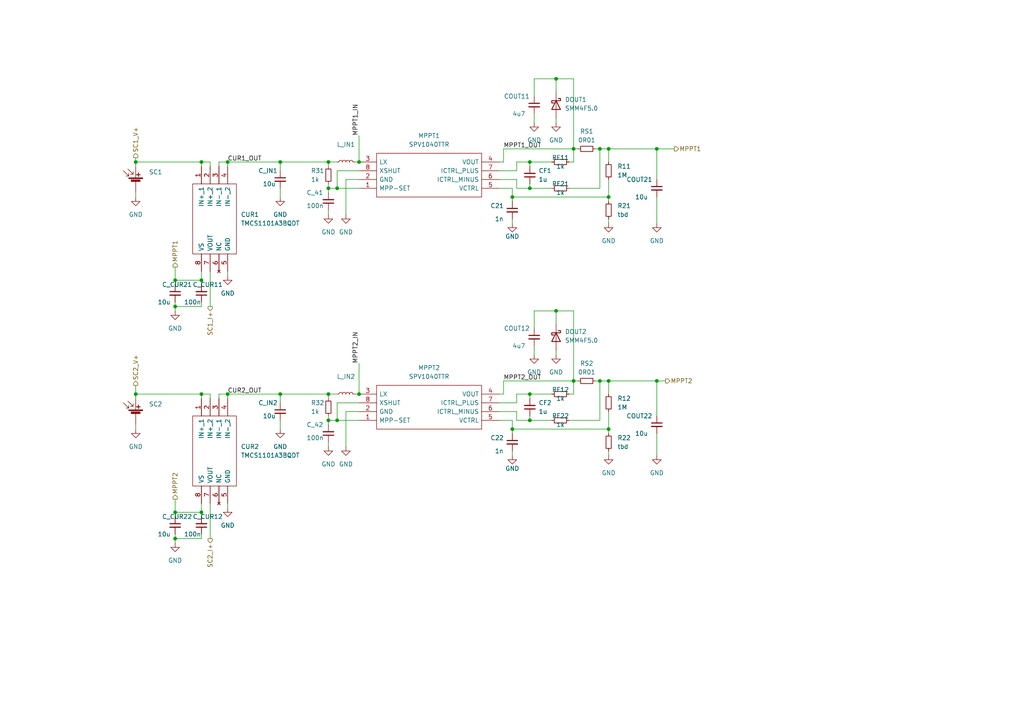
<source format=kicad_sch>
(kicad_sch (version 20211123) (generator eeschema)
  (paper "A4")
  (lib_symbols
    (symbol "Device:C_Small" (pin_numbers hide) (pin_names (offset 0.254) hide)
      (property "Reference" "C" (at 0.254 1.778 0))
      (property "Value" "C_Small" (at 0.254 -2.032 0))
      (symbol "C_Small_0_1"
        (polyline (pts (xy -1.524 -0.508) (xy 1.524 -0.508)) (stroke (width 0.3302)))
        (polyline (pts (xy -1.524 0.508) (xy 1.524 0.508)) (stroke (width 0.3048)))
      )
      (symbol "C_Small_1_1"
        (pin passive line (at 0 2.54 270) (length 2.032) (name "~") (number "1"))
        (pin passive line (at 0 -2.54 90) (length 2.032) (name "~") (number "2"))
      )
    )
    (symbol "Device:D_Schottky" (pin_numbers hide) (pin_names (offset 1.016) hide)
      (property "Reference" "D" (at 0 2.54 0))
      (property "Value" "D_Schottky" (at 0 -2.54 0))
      (symbol "D_Schottky_0_1"
        (polyline (pts (xy 1.27 0) (xy -1.27 0)))
        (polyline (pts (xy 1.27 1.27) (xy 1.27 -1.27) (xy -1.27 0) (xy 1.27 1.27)) (stroke (width 0.254)))
        (polyline (pts (xy -1.905 0.635) (xy -1.905 1.27) (xy -1.27 1.27) (xy -1.27 -1.27) (xy -0.635 -1.27) (xy -0.635 -0.635)) (stroke (width 0.254)))
      )
      (symbol "D_Schottky_1_1"
        (pin passive line (at -3.81 0 0) (length 2.54) (name "K") (number "1"))
        (pin passive line (at 3.81 0 180) (length 2.54) (name "A") (number "2"))
      )
    )
    (symbol "Device:L_Small" (pin_numbers hide) (pin_names (offset 0.254) hide)
      (property "Reference" "L" (at 0.762 1.016 0))
      (property "Value" "L_Small" (at 0.762 -1.016 0))
      (symbol "L_Small_0_1"
        (arc (start 0 -2.032) (mid 0.508 -1.524) (end 0 -1.016))
        (arc (start 0 -1.016) (mid 0.508 -0.508) (end 0 0))
        (arc (start 0 0) (mid 0.508 0.508) (end 0 1.016))
        (arc (start 0 1.016) (mid 0.508 1.524) (end 0 2.032))
      )
      (symbol "L_Small_1_1"
        (pin passive line (at 0 2.54 270) (length 0.508) (name "~") (number "1"))
        (pin passive line (at 0 -2.54 90) (length 0.508) (name "~") (number "2"))
      )
    )
    (symbol "Device:R_Small" (pin_numbers hide) (pin_names (offset 0.254) hide)
      (property "Reference" "R" (at 0.762 0.508 0))
      (property "Value" "R_Small" (at 0.762 -1.016 0))
      (symbol "R_Small_0_1"
        (rectangle (start -0.762 1.778) (end 0.762 -1.778) (stroke (width 0.2032)))
      )
      (symbol "R_Small_1_1"
        (pin passive line (at 0 2.54 270) (length 0.762) (name "~") (number "1"))
        (pin passive line (at 0 -2.54 90) (length 0.762) (name "~") (number "2"))
      )
    )
    (symbol "Device:Solar_Cell" (pin_numbers hide) (pin_names (offset 0) hide)
      (property "Reference" "SC" (at 2.54 2.54 0))
      (property "Value" "Solar_Cell" (at 2.54 0 0))
      (symbol "Solar_Cell_0_1"
        (rectangle (start -2.032 1.778) (end 2.032 1.524) (fill (type outline)))
        (rectangle (start -1.3208 1.1938) (end 1.27 0.6858) (fill (type outline)))
        (polyline (pts (xy -2.032 2.286) (xy -3.556 3.81)))
        (polyline (pts (xy -0.762 2.794) (xy -2.286 4.318)))
        (polyline (pts (xy 0 0.762) (xy 0 0)))
        (polyline (pts (xy 0 1.778) (xy 0 2.54)))
        (polyline (pts (xy 0.254 2.667) (xy 1.27 2.667)) (stroke (width 0.254)))
        (polyline (pts (xy 0.762 3.175) (xy 0.762 2.159)) (stroke (width 0.254)))
        (polyline (pts (xy -2.032 3.048) (xy -2.032 2.286) (xy -2.794 2.286)))
        (polyline (pts (xy -0.762 3.556) (xy -0.762 2.794) (xy -1.524 2.794)))
      )
      (symbol "Solar_Cell_1_1"
        (pin passive line (at 0 5.08 270) (length 2.54) (name "+") (number "1"))
        (pin passive line (at 0 -2.54 90) (length 2.54) (name "-") (number "2"))
      )
    )
    (symbol "SamacSys:SPV1040TTR" (pin_names (offset 0.762))
      (property "Reference" "IC?" (at 20.32 7.62 0))
      (property "Value" "SPV1040TTR" (at 20.32 5.08 0))
      (symbol "SPV1040TTR_0_0"
        (pin input line (at 0 -7.62 0) (length 5.08) (name "MPP-SET") (number "1"))
        (pin power_in line (at 0 -5.08 0) (length 5.08) (name "GND") (number "2"))
        (pin input line (at 0 0 0) (length 5.08) (name "LX") (number "3"))
        (pin output line (at 40.64 0 180) (length 5.08) (name "VOUT") (number "4"))
        (pin input line (at 40.64 -7.62 180) (length 5.08) (name "VCTRL") (number "5"))
        (pin input line (at 40.64 -5.08 180) (length 5.08) (name "ICTRL_MINUS") (number "6"))
        (pin input line (at 40.64 -2.54 180) (length 5.08) (name "ICTRL_PLUS") (number "7"))
        (pin input line (at 0 -2.54 0) (length 5.08) (name "XSHUT") (number "8"))
      )
      (symbol "SPV1040TTR_0_1"
        (polyline (pts (xy 5.08 2.54) (xy 35.56 2.54) (xy 35.56 -10.16) (xy 5.08 -10.16) (xy 5.08 2.54)) (stroke (width 0.1524)))
      )
    )
    (symbol "SamacSys_Parts:TMCS1101A3BQDT" (pin_names (offset 0.762))
      (property "Reference" "IC" (at 26.67 7.62 0))
      (property "Value" "TMCS1101A3BQDT" (at 26.67 5.08 0))
      (symbol "TMCS1101A3BQDT_0_0"
        (pin passive line (at 0 0 0) (length 5.08) (name "IN+_1") (number "1"))
        (pin passive line (at 0 -2.54 0) (length 5.08) (name "IN+_2") (number "2"))
        (pin passive line (at 0 -5.08 0) (length 5.08) (name "IN-_1") (number "3"))
        (pin passive line (at 0 -7.62 0) (length 5.08) (name "IN-_2") (number "4"))
        (pin passive line (at 30.48 -7.62 180) (length 5.08) (name "GND") (number "5"))
        (pin no_connect line (at 30.48 -5.08 180) (length 5.08) (name "NC") (number "6"))
        (pin passive line (at 30.48 -2.54 180) (length 5.08) (name "VOUT") (number "7"))
        (pin passive line (at 30.48 0 180) (length 5.08) (name "VS") (number "8"))
      )
      (symbol "TMCS1101A3BQDT_0_1"
        (polyline (pts (xy 5.08 2.54) (xy 25.4 2.54) (xy 25.4 -10.16) (xy 5.08 -10.16) (xy 5.08 2.54)) (stroke (width 0.1524)))
      )
    )
    (symbol "power:GND" (power) (pin_names (offset 0))
      (property "Value" "GND" (at 0 -3.81 0))
      (symbol "GND_0_1"
        (polyline (pts (xy 0 0) (xy 0 -1.27) (xy 1.27 -1.27) (xy 0 -2.54) (xy -1.27 -1.27) (xy 0 -1.27)))
      )
      (symbol "GND_1_1"
        (pin power_in line (at 0 0 270) (length 0) hide (name "GND") (number "1"))
      )
    )
  )
  (junction (at 58.42 148.59))
  (junction (at 104.14 46.99))
  (junction (at 166.37 110.49))
  (junction (at 176.53 57.15))
  (junction (at 95.25 121.92))
  (junction (at 97.79 121.92))
  (junction (at 190.5 43.18))
  (junction (at 153.67 46.99))
  (junction (at 58.42 81.28))
  (junction (at 97.79 54.61))
  (junction (at 166.37 43.18))
  (junction (at 148.59 57.15))
  (junction (at 58.42 46.99))
  (junction (at 190.5 110.49))
  (junction (at 66.04 46.99))
  (junction (at 173.99 43.18))
  (junction (at 50.8 88.9))
  (junction (at 153.67 114.3))
  (junction (at 153.67 121.92))
  (junction (at 153.67 54.61))
  (junction (at 39.37 46.99))
  (junction (at 176.53 124.46))
  (junction (at 95.25 46.99))
  (junction (at 50.8 81.28))
  (junction (at 176.53 110.49))
  (junction (at 50.8 148.59))
  (junction (at 58.42 114.3))
  (junction (at 148.59 124.46))
  (junction (at 81.28 114.3))
  (junction (at 81.28 46.99))
  (junction (at 173.99 110.49))
  (junction (at 66.04 114.3))
  (junction (at 95.25 114.3))
  (junction (at 95.25 54.61))
  (junction (at 161.29 22.86))
  (junction (at 104.14 114.3))
  (junction (at 176.53 43.18))
  (junction (at 39.37 114.3))
  (junction (at 50.8 156.21))
  (junction (at 161.29 90.17))
  (wire (pts (xy 39.37 46.99) (xy 39.37 48.26)))
  (wire (pts (xy 81.28 121.92) (xy 81.28 124.46)))
  (wire (pts (xy 165.1 54.61) (xy 173.99 54.61)))
  (wire (pts (xy 63.5 46.99) (xy 63.5 48.26)))
  (wire (pts (xy 50.8 156.21) (xy 58.42 156.21)))
  (wire (pts (xy 97.79 49.53) (xy 97.79 54.61)))
  (wire (pts (xy 104.14 39.37) (xy 104.14 46.99)))
  (wire (pts (xy 97.79 116.84) (xy 97.79 121.92)))
  (wire (pts (xy 161.29 90.17) (xy 166.37 90.17)))
  (wire (pts (xy 153.67 121.92) (xy 153.67 120.65)))
  (wire (pts (xy 148.59 57.15) (xy 148.59 54.61)))
  (wire (pts (xy 50.8 156.21) (xy 50.8 157.48)))
  (wire (pts (xy 50.8 88.9) (xy 58.42 88.9)))
  (wire (pts (xy 154.94 27.94) (xy 154.94 22.86)))
  (wire (pts (xy 153.67 46.99) (xy 160.02 46.99)))
  (wire (pts (xy 104.14 49.53) (xy 97.79 49.53)))
  (wire (pts (xy 148.59 124.46) (xy 148.59 121.92)))
  (wire (pts (xy 97.79 121.92) (xy 95.25 121.92)))
  (wire (pts (xy 95.25 114.3) (xy 97.79 114.3)))
  (wire (pts (xy 66.04 46.99) (xy 81.28 46.99)))
  (wire (pts (xy 95.25 54.61) (xy 95.25 55.88)))
  (wire (pts (xy 153.67 121.92) (xy 160.02 121.92)))
  (wire (pts (xy 153.67 46.99) (xy 149.86 46.99)))
  (wire (pts (xy 149.86 54.61) (xy 153.67 54.61)))
  (wire (pts (xy 161.29 34.29) (xy 161.29 35.56)))
  (wire (pts (xy 81.28 116.84) (xy 81.28 114.3)))
  (wire (pts (xy 104.14 119.38) (xy 100.33 119.38)))
  (wire (pts (xy 176.53 124.46) (xy 148.59 124.46)))
  (wire (pts (xy 166.37 114.3) (xy 165.1 114.3)))
  (wire (pts (xy 193.04 110.49) (xy 190.5 110.49)))
  (wire (pts (xy 58.42 114.3) (xy 60.96 114.3)))
  (wire (pts (xy 190.5 110.49) (xy 176.53 110.49)))
  (wire (pts (xy 149.86 119.38) (xy 149.86 121.92)))
  (wire (pts (xy 166.37 43.18) (xy 167.64 43.18)))
  (wire (pts (xy 166.37 22.86) (xy 166.37 43.18)))
  (wire (pts (xy 50.8 81.28) (xy 50.8 82.55)))
  (wire (pts (xy 176.53 43.18) (xy 173.99 43.18)))
  (wire (pts (xy 144.78 52.07) (xy 149.86 52.07)))
  (wire (pts (xy 165.1 121.92) (xy 173.99 121.92)))
  (wire (pts (xy 146.05 43.18) (xy 166.37 43.18)))
  (wire (pts (xy 81.28 49.53) (xy 81.28 46.99)))
  (wire (pts (xy 39.37 111.76) (xy 39.37 114.3)))
  (wire (pts (xy 95.25 114.3) (xy 95.25 115.57)))
  (wire (pts (xy 149.86 114.3) (xy 149.86 116.84)))
  (wire (pts (xy 154.94 33.02) (xy 154.94 35.56)))
  (wire (pts (xy 153.67 54.61) (xy 160.02 54.61)))
  (wire (pts (xy 104.14 121.92) (xy 97.79 121.92)))
  (wire (pts (xy 60.96 114.3) (xy 60.96 115.57)))
  (wire (pts (xy 161.29 22.86) (xy 161.29 26.67)))
  (wire (pts (xy 176.53 114.3) (xy 176.53 110.49)))
  (wire (pts (xy 190.5 125.73) (xy 190.5 132.08)))
  (wire (pts (xy 166.37 110.49) (xy 167.64 110.49)))
  (wire (pts (xy 50.8 148.59) (xy 50.8 149.86)))
  (wire (pts (xy 60.96 46.99) (xy 60.96 48.26)))
  (wire (pts (xy 58.42 78.74) (xy 58.42 81.28)))
  (wire (pts (xy 58.42 154.94) (xy 58.42 156.21)))
  (wire (pts (xy 149.86 49.53) (xy 144.78 49.53)))
  (wire (pts (xy 154.94 95.25) (xy 154.94 90.17)))
  (wire (pts (xy 97.79 54.61) (xy 95.25 54.61)))
  (wire (pts (xy 58.42 87.63) (xy 58.42 88.9)))
  (wire (pts (xy 50.8 87.63) (xy 50.8 88.9)))
  (wire (pts (xy 172.72 110.49) (xy 173.99 110.49)))
  (wire (pts (xy 95.25 54.61) (xy 95.25 53.34)))
  (wire (pts (xy 95.25 128.27) (xy 95.25 129.54)))
  (wire (pts (xy 144.78 119.38) (xy 149.86 119.38)))
  (wire (pts (xy 58.42 146.05) (xy 58.42 148.59)))
  (wire (pts (xy 172.72 43.18) (xy 173.99 43.18)))
  (wire (pts (xy 66.04 78.74) (xy 66.04 80.01)))
  (wire (pts (xy 58.42 46.99) (xy 60.96 46.99)))
  (wire (pts (xy 100.33 52.07) (xy 100.33 62.23)))
  (wire (pts (xy 153.67 114.3) (xy 160.02 114.3)))
  (wire (pts (xy 176.53 52.07) (xy 176.53 57.15)))
  (wire (pts (xy 144.78 54.61) (xy 148.59 54.61)))
  (wire (pts (xy 195.58 43.18) (xy 190.5 43.18)))
  (wire (pts (xy 166.37 110.49) (xy 166.37 114.3)))
  (wire (pts (xy 104.14 105.41) (xy 104.14 114.3)))
  (wire (pts (xy 100.33 119.38) (xy 100.33 129.54)))
  (wire (pts (xy 161.29 22.86) (xy 166.37 22.86)))
  (wire (pts (xy 63.5 114.3) (xy 63.5 115.57)))
  (wire (pts (xy 190.5 57.15) (xy 190.5 64.77)))
  (wire (pts (xy 153.67 115.57) (xy 153.67 114.3)))
  (wire (pts (xy 146.05 46.99) (xy 146.05 43.18)))
  (wire (pts (xy 190.5 110.49) (xy 190.5 120.65)))
  (wire (pts (xy 95.25 46.99) (xy 97.79 46.99)))
  (wire (pts (xy 153.67 54.61) (xy 153.67 53.34)))
  (wire (pts (xy 81.28 114.3) (xy 95.25 114.3)))
  (wire (pts (xy 58.42 148.59) (xy 58.42 149.86)))
  (wire (pts (xy 66.04 114.3) (xy 66.04 115.57)))
  (wire (pts (xy 176.53 46.99) (xy 176.53 43.18)))
  (wire (pts (xy 95.25 60.96) (xy 95.25 62.23)))
  (wire (pts (xy 50.8 144.78) (xy 50.8 148.59)))
  (wire (pts (xy 60.96 146.05) (xy 60.96 156.21)))
  (wire (pts (xy 95.25 121.92) (xy 95.25 120.65)))
  (wire (pts (xy 190.5 43.18) (xy 176.53 43.18)))
  (wire (pts (xy 166.37 90.17) (xy 166.37 110.49)))
  (wire (pts (xy 153.67 48.26) (xy 153.67 46.99)))
  (wire (pts (xy 104.14 116.84) (xy 97.79 116.84)))
  (wire (pts (xy 148.59 132.08) (xy 148.59 130.81)))
  (wire (pts (xy 63.5 114.3) (xy 66.04 114.3)))
  (wire (pts (xy 50.8 148.59) (xy 58.42 148.59)))
  (wire (pts (xy 63.5 46.99) (xy 66.04 46.99)))
  (wire (pts (xy 39.37 45.72) (xy 39.37 46.99)))
  (wire (pts (xy 176.53 130.81) (xy 176.53 132.08)))
  (wire (pts (xy 190.5 43.18) (xy 190.5 52.07)))
  (wire (pts (xy 104.14 54.61) (xy 97.79 54.61)))
  (wire (pts (xy 39.37 123.19) (xy 39.37 124.46)))
  (wire (pts (xy 176.53 125.73) (xy 176.53 124.46)))
  (wire (pts (xy 104.14 52.07) (xy 100.33 52.07)))
  (wire (pts (xy 66.04 46.99) (xy 66.04 48.26)))
  (wire (pts (xy 58.42 81.28) (xy 58.42 82.55)))
  (wire (pts (xy 161.29 101.6) (xy 161.29 102.87)))
  (wire (pts (xy 146.05 110.49) (xy 166.37 110.49)))
  (wire (pts (xy 39.37 114.3) (xy 58.42 114.3)))
  (wire (pts (xy 95.25 121.92) (xy 95.25 123.19)))
  (wire (pts (xy 149.86 116.84) (xy 144.78 116.84)))
  (wire (pts (xy 50.8 77.47) (xy 50.8 81.28)))
  (wire (pts (xy 154.94 22.86) (xy 161.29 22.86)))
  (wire (pts (xy 39.37 46.99) (xy 58.42 46.99)))
  (wire (pts (xy 149.86 121.92) (xy 153.67 121.92)))
  (wire (pts (xy 66.04 114.3) (xy 81.28 114.3)))
  (wire (pts (xy 176.53 119.38) (xy 176.53 124.46)))
  (wire (pts (xy 58.42 46.99) (xy 58.42 48.26)))
  (wire (pts (xy 176.53 57.15) (xy 148.59 57.15)))
  (wire (pts (xy 50.8 88.9) (xy 50.8 90.17)))
  (wire (pts (xy 149.86 46.99) (xy 149.86 49.53)))
  (wire (pts (xy 95.25 46.99) (xy 95.25 48.26)))
  (wire (pts (xy 81.28 54.61) (xy 81.28 57.15)))
  (wire (pts (xy 60.96 78.74) (xy 60.96 88.9)))
  (wire (pts (xy 148.59 124.46) (xy 148.59 125.73)))
  (wire (pts (xy 148.59 64.77) (xy 148.59 63.5)))
  (wire (pts (xy 176.53 63.5) (xy 176.53 64.77)))
  (wire (pts (xy 144.78 46.99) (xy 146.05 46.99)))
  (wire (pts (xy 173.99 110.49) (xy 173.99 121.92)))
  (wire (pts (xy 102.87 114.3) (xy 104.14 114.3)))
  (wire (pts (xy 58.42 114.3) (xy 58.42 115.57)))
  (wire (pts (xy 161.29 90.17) (xy 161.29 93.98)))
  (wire (pts (xy 176.53 110.49) (xy 173.99 110.49)))
  (wire (pts (xy 166.37 46.99) (xy 165.1 46.99)))
  (wire (pts (xy 146.05 114.3) (xy 146.05 110.49)))
  (wire (pts (xy 153.67 114.3) (xy 149.86 114.3)))
  (wire (pts (xy 39.37 55.88) (xy 39.37 57.15)))
  (wire (pts (xy 154.94 100.33) (xy 154.94 102.87)))
  (wire (pts (xy 148.59 57.15) (xy 148.59 58.42)))
  (wire (pts (xy 144.78 114.3) (xy 146.05 114.3)))
  (wire (pts (xy 144.78 121.92) (xy 148.59 121.92)))
  (wire (pts (xy 66.04 146.05) (xy 66.04 147.32)))
  (wire (pts (xy 50.8 154.94) (xy 50.8 156.21)))
  (wire (pts (xy 50.8 81.28) (xy 58.42 81.28)))
  (wire (pts (xy 39.37 114.3) (xy 39.37 115.57)))
  (wire (pts (xy 102.87 46.99) (xy 104.14 46.99)))
  (wire (pts (xy 176.53 58.42) (xy 176.53 57.15)))
  (wire (pts (xy 149.86 52.07) (xy 149.86 54.61)))
  (wire (pts (xy 166.37 43.18) (xy 166.37 46.99)))
  (wire (pts (xy 81.28 46.99) (xy 95.25 46.99)))
  (wire (pts (xy 154.94 90.17) (xy 161.29 90.17)))
  (wire (pts (xy 173.99 43.18) (xy 173.99 54.61)))
  (label "CUR1_OUT" (at 66.04 46.99 0))
  (label "CUR2_OUT" (at 66.04 114.3 0))
  (label "MPPT1_OUT" (at 146.05 43.18 0))
  (label "MPPT2_OUT" (at 146.05 110.49 0))
  (label "MPPT2_IN" (at 104.14 105.41 90))
  (label "MPPT1_IN" (at 104.14 39.37 90))
  (hierarchical_label "MPPT1" (shape output) (at 50.8 77.47 90))
  (hierarchical_label "SC2_V+" (shape output) (at 39.37 111.76 90))
  (hierarchical_label "SC2_I+" (shape output) (at 60.96 156.21 270))
  (hierarchical_label "SC1_I+" (shape output) (at 60.96 88.9 270))
  (hierarchical_label "SC1_V+" (shape output) (at 39.37 45.72 90))
  (hierarchical_label "MPPT2" (shape output) (at 50.8 144.78 90))
  (hierarchical_label "MPPT2" (shape output) (at 193.04 110.49 0))
  (hierarchical_label "MPPT1" (shape output) (at 195.58 43.18 0))
  (symbol (lib_id "Device:R_Small") (at 170.18 43.18 270) (unit 1)
    (property "Reference" "RS1" (at 170.18 38.1 90))
    (property "Value" "0R01" (at 170.18 40.64 90))
    (property "Footprint" "Resistor_SMD:R_0603_1608Metric" (effects hide))
  )
  (symbol (lib_id "Device:L_Small") (at 100.33 114.3 90) (unit 1)
    (property "Reference" "L_IN2" (at 100.33 109.22 90))
  )
  (symbol (lib_id "power:GND") (at 161.29 102.87 0) (unit 1)
    (property "Reference" "#PWR017" (effects hide))
    (property "Value" "GND" (at 161.29 107.95 0))
  )
  (symbol (lib_id "Device:C_Small") (at 58.42 152.4 180) (unit 1)
    (property "Reference" "C_CUR12" (at 55.88 149.86 0) (effects (justify right)))
    (property "Value" "100n" (at 53.34 154.94 0) (effects (justify right)))
    (property "Footprint" "Capacitor_SMD:C_0603_1608Metric" (effects hide))
  )
  (symbol (lib_id "Device:C_Small") (at 148.59 60.96 0) (unit 1)
    (property "Reference" "C21" (at 142.24 59.69 0) (effects (justify left)))
    (property "Value" "1n" (at 143.51 63.5 0) (effects (justify left)))
    (property "Footprint" "Capacitor_SMD:C_0603_1608Metric" (effects hide))
  )
  (symbol (lib_id "power:GND") (at 81.28 124.46 0) (unit 1)
    (property "Reference" "#PWR09" (effects hide))
    (property "Value" "GND" (at 81.28 129.54 0))
  )
  (symbol (lib_id "Device:C_Small") (at 190.5 54.61 0) (unit 1)
    (property "Reference" "COUT21" (at 189.23 52.07 0) (effects (justify right)))
    (property "Value" "10u" (at 187.96 57.15 0) (effects (justify right)))
    (property "Footprint" "Capacitor_SMD:C_0603_1608Metric" (effects hide))
  )
  (symbol (lib_id "Device:C_Small") (at 190.5 123.19 0) (unit 1)
    (property "Reference" "COUT22" (at 189.23 120.65 0) (effects (justify right)))
    (property "Value" "10u" (at 187.96 125.73 0) (effects (justify right)))
    (property "Footprint" "Capacitor_SMD:C_0603_1608Metric" (effects hide))
  )
  (symbol (lib_id "power:GND") (at 95.25 62.23 0) (unit 1)
    (property "Reference" "#PWR010" (effects hide))
    (property "Value" "GND" (at 95.25 67.31 0))
  )
  (symbol (lib_id "power:GND") (at 190.5 132.08 0) (unit 1)
    (property "Reference" "#PWR0110" (effects hide))
    (property "Value" "GND" (at 190.5 137.16 0))
  )
  (symbol (lib_id "Device:Solar_Cell") (at 39.37 120.65 0) (unit 1)
    (property "Reference" "SC2" (at 43.18 117.2209 0) (effects (justify left)))
  )
  (symbol (lib_id "Device:R_Small") (at 176.53 60.96 180) (unit 1)
    (property "Reference" "R21" (at 179.07 59.6899 0) (effects (justify right)))
    (property "Value" "tbd" (at 179.07 62.2299 0) (effects (justify right)))
    (property "Footprint" "Resistor_SMD:R_0603_1608Metric" (effects hide))
  )
  (symbol (lib_id "power:GND") (at 176.53 132.08 0) (unit 1)
    (property "Reference" "#PWR018" (effects hide))
    (property "Value" "GND" (at 176.53 137.16 0))
  )
  (symbol (lib_id "power:GND") (at 95.25 129.54 0) (unit 1)
    (property "Reference" "#PWR011" (effects hide))
    (property "Value" "GND" (at 95.25 134.62 0))
  )
  (symbol (lib_id "Device:C_Small") (at 81.28 119.38 0) (unit 1)
    (property "Reference" "C_IN2" (at 74.93 116.84 0) (effects (justify left)))
    (property "Value" "10u" (at 76.2 120.65 0) (effects (justify left)))
    (property "Footprint" "Capacitor_SMD:C_0603_1608Metric" (effects hide))
  )
  (symbol (lib_id "Device:R_Small") (at 176.53 49.53 180) (unit 1)
    (property "Reference" "R11" (at 179.07 48.2599 0) (effects (justify right)))
    (property "Value" "1M" (at 179.07 50.7999 0) (effects (justify right)))
    (property "Footprint" "Resistor_SMD:R_0603_1608Metric" (effects hide))
  )
  (symbol (lib_id "Device:R_Small") (at 95.25 50.8 180) (unit 1)
    (property "Reference" "R31" (at 90.17 49.53 0) (effects (justify right)))
    (property "Value" "1k" (at 90.17 52.07 0) (effects (justify right)))
    (property "Footprint" "Resistor_SMD:R_0603_1608Metric" (effects hide))
  )
  (symbol (lib_id "Device:R_Small") (at 170.18 110.49 270) (unit 1)
    (property "Reference" "RS2" (at 170.18 105.41 90))
    (property "Value" "0R01" (at 170.18 107.95 90))
    (property "Footprint" "Resistor_SMD:R_0603_1608Metric" (effects hide))
  )
  (symbol (lib_id "Device:C_Small") (at 154.94 97.79 0) (unit 1)
    (property "Reference" "COUT12" (at 153.67 95.25 0) (effects (justify right)))
    (property "Value" "4u7" (at 152.4 100.33 0) (effects (justify right)))
    (property "Footprint" "Capacitor_SMD:C_0603_1608Metric" (effects hide))
  )
  (symbol (lib_id "power:GND") (at 39.37 57.15 0) (unit 1)
    (property "Reference" "#PWR0108" (effects hide))
    (property "Value" "GND" (at 39.37 62.23 0))
  )
  (symbol (lib_id "power:GND") (at 66.04 80.01 0) (unit 1)
    (property "Reference" "#PWR07" (effects hide))
    (property "Value" "GND" (at 66.04 85.09 0))
  )
  (symbol (lib_id "Device:D_Schottky") (at 161.29 97.79 270) (unit 1)
    (property "Reference" "DOUT2" (at 163.83 96.2024 90) (effects (justify left)))
    (property "Value" "SMM4F5.0" (at 163.83 98.7424 90) (effects (justify left)))
    (property "Footprint" "SamacSys:STMITE" (effects hide))
  )
  (symbol (lib_id "SamacSys:SPV1040TTR") (at 104.14 46.99 0) (unit 1)
    (property "Reference" "MPPT1" (at 124.46 39.37 0))
    (property "Value" "SPV1040TTR" (at 124.46 41.91 0))
    (property "Footprint" "Package_SO:TSSOP-8_4.4x3mm_P0.65mm" (effects hide))
    (property "Description" "Switching Voltage Regulators Hi Eff Solar Charger MPPT 0.3V to 5.5V" (effects hide))
    (property "Height" "1.2" (effects hide))
    (property "Mouser Part Number" "511-SPV1040TTR" (effects hide))
    (property "Mouser Price/Stock" "https://www.mouser.co.uk/ProductDetail/STMicroelectronics/SPV1040TTR?qs=AHLdMMsI%252Bhr%2Fj5DYN1qCwQ%3D%3D" (effects hide))
    (property "Manufacturer_Name" "STMicroelectronics" (effects hide))
    (property "Manufacturer_Part_Number" "SPV1040TTR" (effects hide))
  )
  (symbol (lib_id "Device:R_Small") (at 162.56 46.99 270) (unit 1)
    (property "Reference" "RF11" (at 162.56 45.72 90))
    (property "Value" "1k" (at 162.56 48.26 90))
    (property "Footprint" "Resistor_SMD:R_0603_1608Metric" (effects hide))
  )
  (symbol (lib_id "power:GND") (at 154.94 35.56 0) (unit 1)
    (property "Reference" "#PWR014" (effects hide))
    (property "Value" "GND" (at 154.94 40.64 0))
  )
  (symbol (lib_id "Device:C_Small") (at 81.28 52.07 0) (unit 1)
    (property "Reference" "C_IN1" (at 74.93 49.53 0) (effects (justify left)))
    (property "Value" "10u" (at 76.2 53.34 0) (effects (justify left)))
    (property "Footprint" "Capacitor_SMD:C_0603_1608Metric" (effects hide))
  )
  (symbol (lib_id "power:GND") (at 190.5 64.77 0) (unit 1)
    (property "Reference" "#PWR0109" (effects hide))
    (property "Value" "GND" (at 190.5 69.85 0))
  )
  (symbol (lib_id "Device:C_Small") (at 154.94 30.48 0) (unit 1)
    (property "Reference" "COUT11" (at 153.67 27.94 0) (effects (justify right)))
    (property "Value" "4u7" (at 152.4 33.02 0) (effects (justify right)))
    (property "Footprint" "Capacitor_SMD:C_0603_1608Metric" (effects hide))
  )
  (symbol (lib_id "power:GND") (at 148.59 132.08 0) (unit 1)
    (property "Reference" "#PWR013" (effects hide))
    (property "Value" "GND" (at 148.59 135.89 0))
  )
  (symbol (lib_id "Device:R_Small") (at 162.56 54.61 270) (unit 1)
    (property "Reference" "RF21" (at 162.56 53.34 90))
    (property "Value" "1k" (at 162.56 55.88 90))
    (property "Footprint" "Resistor_SMD:R_0603_1608Metric" (effects hide))
  )
  (symbol (lib_id "SamacSys_Parts:TMCS1101A3BQDT") (at 58.42 48.26 90) (mirror x) (unit 1)
    (property "Reference" "CUR1" (at 69.85 62.2299 90) (effects (justify right)))
    (property "Value" "TMCS1101A3BQDT" (at 69.85 64.7699 90) (effects (justify right)))
    (property "Footprint" "Package_SO:SOIC-8_3.9x4.9mm_P1.27mm" (effects hide))
    (property "Datasheet" "http://www.ti.com/general/docs/lit/getliterature.tsp?genericPartNumber=TMCS1101&fileType=pdf" (effects hide))
    (property "Description" "Board Mount Current Sensors Precision isolated current sensor with internal reference 8-SOIC -40 to 125" (effects hide))
    (property "Height" "1.75" (effects hide))
    (property "Mouser Part Number" "595-TMCS1101A3BQDT" (effects hide))
    (property "Mouser Price/Stock" "https://www.mouser.co.uk/ProductDetail/Texas-Instruments/TMCS1101A3BQDT?qs=sPbYRqrBIVlcEjfuuH8LqA%3D%3D" (effects hide))
    (property "Manufacturer_Name" "Texas Instruments" (effects hide))
    (property "Manufacturer_Part_Number" "TMCS1101A3BQDT" (effects hide))
  )
  (symbol (lib_id "Device:R_Small") (at 176.53 128.27 180) (unit 1)
    (property "Reference" "R22" (at 179.07 126.9999 0) (effects (justify right)))
    (property "Value" "tbd" (at 179.07 129.5399 0) (effects (justify right)))
    (property "Footprint" "Resistor_SMD:R_0603_1608Metric" (effects hide))
  )
  (symbol (lib_id "Device:C_Small") (at 153.67 50.8 180) (unit 1)
    (property "Reference" "CF1" (at 156.21 49.5235 0) (effects (justify right)))
    (property "Value" "1u" (at 156.21 52.0635 0) (effects (justify right)))
    (property "Footprint" "Capacitor_SMD:C_0603_1608Metric" (effects hide))
  )
  (symbol (lib_id "Device:C_Small") (at 153.67 118.11 180) (unit 1)
    (property "Reference" "CF2" (at 156.21 116.8335 0) (effects (justify right)))
    (property "Value" "1u" (at 156.21 119.3735 0) (effects (justify right)))
    (property "Footprint" "Capacitor_SMD:C_0603_1608Metric" (effects hide))
  )
  (symbol (lib_id "power:GND") (at 39.37 124.46 0) (unit 1)
    (property "Reference" "#PWR0107" (effects hide))
    (property "Value" "GND" (at 39.37 129.54 0))
  )
  (symbol (lib_id "Device:C_Small") (at 50.8 152.4 0) (mirror y) (unit 1)
    (property "Reference" "C_CUR22" (at 46.99 149.86 0) (effects (justify right)))
    (property "Value" "10u" (at 45.72 154.94 0) (effects (justify right)))
    (property "Footprint" "Capacitor_SMD:C_0603_1608Metric" (effects hide))
  )
  (symbol (lib_id "Device:C_Small") (at 95.25 58.42 180) (unit 1)
    (property "Reference" "C_41" (at 88.9 55.88 0) (effects (justify right)))
    (property "Value" "100n" (at 88.9 59.69 0) (effects (justify right)))
    (property "Footprint" "Capacitor_SMD:C_0603_1608Metric" (effects hide))
  )
  (symbol (lib_id "power:GND") (at 154.94 102.87 0) (unit 1)
    (property "Reference" "#PWR015" (effects hide))
    (property "Value" "GND" (at 154.94 107.95 0))
  )
  (symbol (lib_id "power:GND") (at 66.04 147.32 0) (unit 1)
    (property "Reference" "#PWR08" (effects hide))
    (property "Value" "GND" (at 66.04 152.4 0))
  )
  (symbol (lib_id "Device:R_Small") (at 162.56 114.3 270) (unit 1)
    (property "Reference" "RF12" (at 162.56 113.03 90))
    (property "Value" "1k" (at 162.56 115.57 90))
    (property "Footprint" "Resistor_SMD:R_0603_1608Metric" (effects hide))
  )
  (symbol (lib_id "Device:C_Small") (at 50.8 85.09 0) (mirror y) (unit 1)
    (property "Reference" "C_CUR21" (at 46.99 82.55 0) (effects (justify right)))
    (property "Value" "10u" (at 45.72 87.63 0) (effects (justify right)))
    (property "Footprint" "Capacitor_SMD:C_0603_1608Metric" (effects hide))
  )
  (symbol (lib_id "SamacSys_Parts:TMCS1101A3BQDT") (at 58.42 115.57 90) (mirror x) (unit 1)
    (property "Reference" "CUR2" (at 69.85 129.5399 90) (effects (justify right)))
    (property "Value" "TMCS1101A3BQDT" (at 69.85 132.0799 90) (effects (justify right)))
    (property "Footprint" "Package_SO:SOIC-8_3.9x4.9mm_P1.27mm" (effects hide))
    (property "Datasheet" "http://www.ti.com/general/docs/lit/getliterature.tsp?genericPartNumber=TMCS1101&fileType=pdf" (effects hide))
    (property "Description" "Board Mount Current Sensors Precision isolated current sensor with internal reference 8-SOIC -40 to 125" (effects hide))
    (property "Height" "1.75" (effects hide))
    (property "Mouser Part Number" "595-TMCS1101A3BQDT" (effects hide))
    (property "Mouser Price/Stock" "https://www.mouser.co.uk/ProductDetail/Texas-Instruments/TMCS1101A3BQDT?qs=sPbYRqrBIVlcEjfuuH8LqA%3D%3D" (effects hide))
    (property "Manufacturer_Name" "Texas Instruments" (effects hide))
    (property "Manufacturer_Part_Number" "TMCS1101A3BQDT" (effects hide))
  )
  (symbol (lib_id "Device:L_Small") (at 100.33 46.99 90) (unit 1)
    (property "Reference" "L_IN1" (at 100.33 41.91 90))
  )
  (symbol (lib_id "Device:R_Small") (at 95.25 118.11 180) (unit 1)
    (property "Reference" "R32" (at 90.17 116.84 0) (effects (justify right)))
    (property "Value" "1k" (at 90.17 119.38 0) (effects (justify right)))
    (property "Footprint" "Resistor_SMD:R_0603_1608Metric" (effects hide))
  )
  (symbol (lib_id "power:GND") (at 50.8 90.17 0) (unit 1)
    (property "Reference" "#PWR01" (effects hide))
    (property "Value" "GND" (at 50.8 95.25 0))
  )
  (symbol (lib_id "Device:D_Schottky") (at 161.29 30.48 270) (unit 1)
    (property "Reference" "DOUT1" (at 163.83 28.8924 90) (effects (justify left)))
    (property "Value" "SMM4F5.0" (at 163.83 31.4324 90) (effects (justify left)))
    (property "Footprint" "SamacSys:STMITE" (effects hide))
  )
  (symbol (lib_id "power:GND") (at 176.53 64.77 0) (unit 1)
    (property "Reference" "#PWR0104" (effects hide))
    (property "Value" "GND" (at 176.53 69.85 0))
  )
  (symbol (lib_id "Device:C_Small") (at 148.59 128.27 0) (unit 1)
    (property "Reference" "C22" (at 142.24 127 0) (effects (justify left)))
    (property "Value" "1n" (at 143.51 130.81 0) (effects (justify left)))
    (property "Footprint" "Capacitor_SMD:C_0603_1608Metric" (effects hide))
  )
  (symbol (lib_id "Device:C_Small") (at 58.42 85.09 180) (unit 1)
    (property "Reference" "C_CUR11" (at 55.88 82.55 0) (effects (justify right)))
    (property "Value" "100n" (at 53.34 87.63 0) (effects (justify right)))
    (property "Footprint" "Capacitor_SMD:C_0603_1608Metric" (effects hide))
  )
  (symbol (lib_id "power:GND") (at 81.28 57.15 0) (unit 1)
    (property "Reference" "#PWR0106" (effects hide))
    (property "Value" "GND" (at 81.28 62.23 0))
  )
  (symbol (lib_id "power:GND") (at 100.33 129.54 0) (unit 1)
    (property "Reference" "#PWR012" (effects hide))
    (property "Value" "GND" (at 100.33 134.62 0))
  )
  (symbol (lib_id "Device:R_Small") (at 176.53 116.84 180) (unit 1)
    (property "Reference" "R12" (at 179.07 115.5699 0) (effects (justify right)))
    (property "Value" "1M" (at 179.07 118.1099 0) (effects (justify right)))
    (property "Footprint" "Resistor_SMD:R_0603_1608Metric" (effects hide))
  )
  (symbol (lib_id "power:GND") (at 148.59 64.77 0) (unit 1)
    (property "Reference" "#PWR0103" (effects hide))
    (property "Value" "GND" (at 148.59 68.58 0))
  )
  (symbol (lib_id "Device:Solar_Cell") (at 39.37 53.34 0) (unit 1)
    (property "Reference" "SC1" (at 43.18 49.9109 0) (effects (justify left)))
  )
  (symbol (lib_id "power:GND") (at 100.33 62.23 0) (unit 1)
    (property "Reference" "#PWR0105" (effects hide))
    (property "Value" "GND" (at 100.33 67.31 0))
  )
  (symbol (lib_id "Device:R_Small") (at 162.56 121.92 270) (unit 1)
    (property "Reference" "RF22" (at 162.56 120.65 90))
    (property "Value" "1k" (at 162.56 123.19 90))
    (property "Footprint" "Resistor_SMD:R_0603_1608Metric" (effects hide))
  )
  (symbol (lib_id "Device:C_Small") (at 95.25 125.73 180) (unit 1)
    (property "Reference" "C_42" (at 88.9 123.19 0) (effects (justify right)))
    (property "Value" "100n" (at 88.9 127 0) (effects (justify right)))
    (property "Footprint" "Capacitor_SMD:C_0603_1608Metric" (effects hide))
  )
  (symbol (lib_id "power:GND") (at 50.8 157.48 0) (unit 1)
    (property "Reference" "#PWR06" (effects hide))
    (property "Value" "GND" (at 50.8 162.56 0))
  )
  (symbol (lib_id "power:GND") (at 161.29 35.56 0) (unit 1)
    (property "Reference" "#PWR016" (effects hide))
    (property "Value" "GND" (at 161.29 40.64 0))
  )
  (symbol (lib_id "SamacSys:SPV1040TTR") (at 104.14 114.3 0) (unit 1)
    (property "Reference" "MPPT2" (at 124.46 106.68 0))
    (property "Value" "SPV1040TTR" (at 124.46 109.22 0))
    (property "Footprint" "Package_SO:TSSOP-8_4.4x3mm_P0.65mm" (effects hide))
    (property "Description" "Switching Voltage Regulators Hi Eff Solar Charger MPPT 0.3V to 5.5V" (effects hide))
    (property "Height" "1.2" (effects hide))
    (property "Mouser Part Number" "511-SPV1040TTR" (effects hide))
    (property "Mouser Price/Stock" "https://www.mouser.co.uk/ProductDetail/STMicroelectronics/SPV1040TTR?qs=AHLdMMsI%252Bhr%2Fj5DYN1qCwQ%3D%3D" (effects hide))
    (property "Manufacturer_Name" "STMicroelectronics" (effects hide))
    (property "Manufacturer_Part_Number" "SPV1040TTR" (effects hide))
  )
)
</source>
